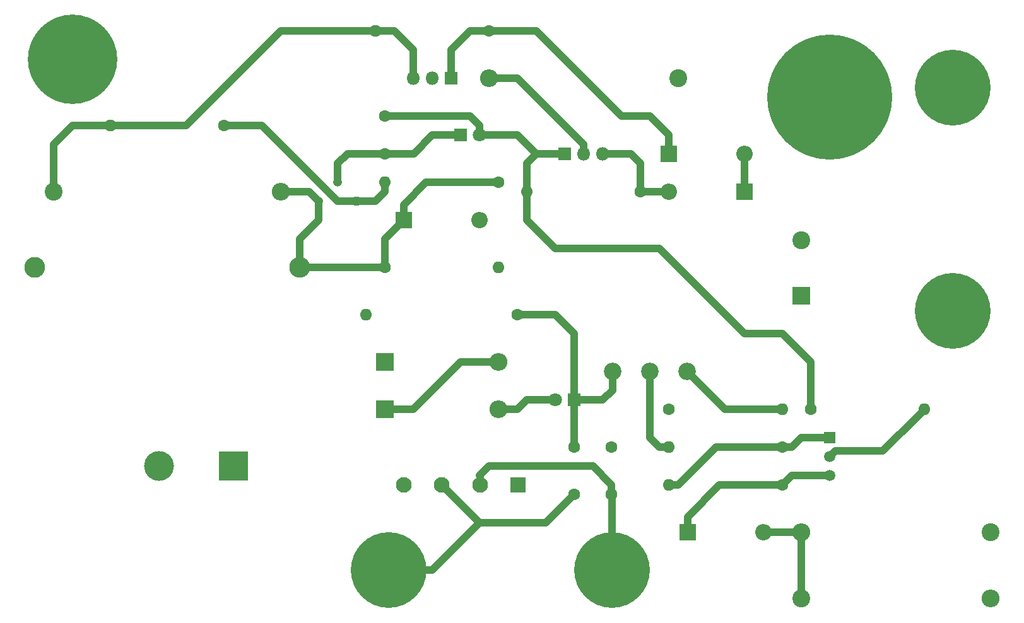
<source format=gbr>
G04 #@! TF.FileFunction,Copper,L2,Inr,Plane*
%FSLAX46Y46*%
G04 Gerber Fmt 4.6, Leading zero omitted, Abs format (unit mm)*
G04 Created by KiCad (PCBNEW 4.0.7) date 06/09/18 23:49:40*
%MOMM*%
%LPD*%
G01*
G04 APERTURE LIST*
%ADD10C,0.100000*%
%ADD11C,1.600000*%
%ADD12R,4.000000X4.000000*%
%ADD13C,4.000000*%
%ADD14R,2.400000X2.400000*%
%ADD15C,2.400000*%
%ADD16R,2.100000X2.100000*%
%ADD17C,2.100000*%
%ADD18O,2.400000X2.400000*%
%ADD19R,1.800000X1.800000*%
%ADD20C,1.800000*%
%ADD21R,2.200000X2.200000*%
%ADD22O,2.200000X2.200000*%
%ADD23C,10.160000*%
%ADD24C,2.800000*%
%ADD25O,2.800000X2.800000*%
%ADD26C,1.520000*%
%ADD27R,1.520000X1.520000*%
%ADD28O,1.600000X1.200000*%
%ADD29O,1.200000X1.200000*%
%ADD30O,1.800000X1.800000*%
%ADD31O,1.600000X1.600000*%
%ADD32C,2.340000*%
%ADD33C,12.000000*%
%ADD34C,0.900000*%
%ADD35C,16.800000*%
%ADD36C,1.100000*%
%ADD37C,1.000000*%
G04 APERTURE END LIST*
D10*
D11*
X143510000Y-120650000D03*
X148510000Y-120650000D03*
D12*
X97790000Y-116840000D03*
D13*
X87790000Y-116840000D03*
D11*
X148510000Y-114300000D03*
X143510000Y-114300000D03*
X118110000Y-69850000D03*
X118110000Y-74850000D03*
D14*
X173990000Y-93980000D03*
D15*
X173990000Y-86480000D03*
D16*
X135950000Y-119380000D03*
D17*
X130850000Y-119380000D03*
X120650000Y-119380000D03*
X125750000Y-119380000D03*
D14*
X118110000Y-102870000D03*
D18*
X133350000Y-102870000D03*
D14*
X118110000Y-109220000D03*
D18*
X133350000Y-109220000D03*
D19*
X143510000Y-107950000D03*
D20*
X140970000Y-107950000D03*
D21*
X120650000Y-83820000D03*
D22*
X130810000Y-83820000D03*
D19*
X128270000Y-72390000D03*
D20*
X130810000Y-72390000D03*
D21*
X158750000Y-125730000D03*
D22*
X168910000Y-125730000D03*
D21*
X166370000Y-80010000D03*
D22*
X156210000Y-80010000D03*
D21*
X156210000Y-74930000D03*
D22*
X166370000Y-74930000D03*
D23*
X118620000Y-130810000D03*
X148590000Y-130810000D03*
X194310000Y-96010000D03*
X194310000Y-66040000D03*
D24*
X71120000Y-90170000D03*
D25*
X106680000Y-90170000D03*
D26*
X177800000Y-115570000D03*
X177800000Y-118110000D03*
D27*
X177800000Y-113030000D03*
D28*
X114300000Y-81280000D03*
D29*
X111760000Y-78740000D03*
X109220000Y-81280000D03*
D19*
X142240000Y-74930000D03*
D30*
X144780000Y-74930000D03*
X147320000Y-74930000D03*
D19*
X127000000Y-64770000D03*
D30*
X124460000Y-64770000D03*
X121920000Y-64770000D03*
D11*
X135890000Y-96520000D03*
D31*
X115570000Y-96520000D03*
D11*
X118110000Y-90170000D03*
D31*
X133350000Y-90170000D03*
D11*
X156210000Y-109220000D03*
D31*
X171450000Y-109220000D03*
D11*
X171450000Y-114300000D03*
D31*
X156210000Y-114300000D03*
D11*
X133350000Y-78740000D03*
D31*
X118110000Y-78740000D03*
D11*
X171450000Y-119380000D03*
D31*
X156210000Y-119380000D03*
D15*
X73660000Y-80010000D03*
D18*
X104140000Y-80010000D03*
D11*
X175260000Y-109220000D03*
D31*
X190500000Y-109220000D03*
D11*
X96520000Y-71120000D03*
D31*
X81280000Y-71120000D03*
D11*
X132080000Y-58420000D03*
D31*
X116840000Y-58420000D03*
D11*
X152400000Y-80010000D03*
D31*
X137160000Y-80010000D03*
D15*
X157480000Y-64770000D03*
D18*
X132080000Y-64770000D03*
D15*
X199390000Y-125730000D03*
D18*
X173990000Y-125730000D03*
D15*
X173990000Y-134620000D03*
D18*
X199390000Y-134620000D03*
D32*
X148670000Y-104140000D03*
X153670000Y-104140000D03*
X158670000Y-104140000D03*
D33*
X76200000Y-62230000D03*
D34*
X80700000Y-62230000D03*
X79381981Y-65411981D03*
X76200000Y-66730000D03*
X73018019Y-65411981D03*
X71700000Y-62230000D03*
X73018019Y-59048019D03*
X76200000Y-57730000D03*
X79381981Y-59048019D03*
D35*
X177800000Y-67310000D03*
D36*
X184100000Y-67310000D03*
X182254773Y-71764773D03*
X177800000Y-73610000D03*
X173345227Y-71764773D03*
X171500000Y-67310000D03*
X173345227Y-62855227D03*
X177800000Y-61010000D03*
X182254773Y-62855227D03*
D37*
X124460000Y-130810000D02*
X118620000Y-130810000D01*
X130810000Y-124460000D02*
X124460000Y-130810000D01*
X130830000Y-124460000D02*
X130810000Y-124460000D01*
X125750000Y-119380000D02*
X130830000Y-124460000D01*
X130830000Y-124460000D02*
X139700000Y-124460000D01*
X139700000Y-124460000D02*
X140970000Y-123190000D01*
X140970000Y-123190000D02*
X143510000Y-120650000D01*
X148510000Y-120650000D02*
X148510000Y-119300000D01*
X148510000Y-119300000D02*
X146050000Y-116840000D01*
X146050000Y-116840000D02*
X132080000Y-116840000D01*
X132080000Y-116840000D02*
X130810000Y-118110000D01*
X130810000Y-118110000D02*
X130850000Y-118150000D01*
X130850000Y-118150000D02*
X130850000Y-119380000D01*
X148590000Y-130810000D02*
X148590000Y-120730000D01*
X148590000Y-120730000D02*
X148510000Y-120650000D01*
X143510000Y-107950000D02*
X143510000Y-99060000D01*
X143510000Y-99060000D02*
X140970000Y-96520000D01*
X140970000Y-96520000D02*
X135890000Y-96520000D01*
X143510000Y-107950000D02*
X147320000Y-107950000D01*
X147320000Y-107950000D02*
X148670000Y-106600000D01*
X148670000Y-106600000D02*
X148670000Y-104140000D01*
X143510000Y-114300000D02*
X143510000Y-107950000D01*
X171450000Y-99060000D02*
X175260000Y-102870000D01*
X175260000Y-102870000D02*
X175260000Y-109220000D01*
X166370000Y-99060000D02*
X171450000Y-99060000D01*
X154940000Y-87630000D02*
X166370000Y-99060000D01*
X140970000Y-87630000D02*
X154940000Y-87630000D01*
X140970000Y-87630000D02*
X137160000Y-83820000D01*
X137160000Y-83820000D02*
X137160000Y-80010000D01*
X137160000Y-76200000D02*
X137160000Y-80010000D01*
X138430000Y-74930000D02*
X137160000Y-76200000D01*
X138430000Y-74930000D02*
X142240000Y-74930000D01*
X137160000Y-73660000D02*
X138430000Y-74930000D01*
X135890000Y-72390000D02*
X137160000Y-73660000D01*
X130810000Y-72390000D02*
X135890000Y-72390000D01*
X129542792Y-69850000D02*
X118110000Y-69850000D01*
X130810000Y-72390000D02*
X130810000Y-71117208D01*
X130810000Y-71117208D02*
X129542792Y-69850000D01*
X124460000Y-72390000D02*
X128270000Y-72390000D01*
X122000000Y-74850000D02*
X124460000Y-72390000D01*
X118110000Y-74850000D02*
X122000000Y-74850000D01*
X111760000Y-78740000D02*
X111760000Y-76200000D01*
X111760000Y-76200000D02*
X113110000Y-74850000D01*
X113110000Y-74850000D02*
X118110000Y-74850000D01*
X118110000Y-109220000D02*
X121920000Y-109220000D01*
X121920000Y-109220000D02*
X128270000Y-102870000D01*
X128270000Y-102870000D02*
X129540000Y-102870000D01*
X129540000Y-102870000D02*
X133350000Y-102870000D01*
X137160000Y-107950000D02*
X140970000Y-107950000D01*
X135890000Y-109220000D02*
X137160000Y-107950000D01*
X133350000Y-109220000D02*
X135890000Y-109220000D01*
X123630000Y-78740000D02*
X133350000Y-78740000D01*
X120650000Y-83820000D02*
X120650000Y-81720000D01*
X120650000Y-81720000D02*
X123630000Y-78740000D01*
X107950000Y-80010000D02*
X104140000Y-80010000D01*
X109220000Y-81280000D02*
X107950000Y-80010000D01*
X109220000Y-83820000D02*
X109220000Y-81280000D01*
X106680000Y-86360000D02*
X109220000Y-83820000D01*
X106680000Y-90170000D02*
X106680000Y-86360000D01*
X118110000Y-86360000D02*
X120650000Y-83820000D01*
X118110000Y-90170000D02*
X118110000Y-86360000D01*
X118110000Y-90170000D02*
X106680000Y-90170000D01*
X177800000Y-118110000D02*
X172720000Y-118110000D01*
X172720000Y-118110000D02*
X171450000Y-119380000D01*
X158750000Y-125730000D02*
X158750000Y-123630000D01*
X158750000Y-123630000D02*
X163000000Y-119380000D01*
X163000000Y-119380000D02*
X170318630Y-119380000D01*
X170318630Y-119380000D02*
X171450000Y-119380000D01*
X168910000Y-125730000D02*
X173990000Y-125730000D01*
X173990000Y-134620000D02*
X173990000Y-125730000D01*
X166370000Y-80010000D02*
X166370000Y-74930000D01*
X156210000Y-80010000D02*
X152400000Y-80010000D01*
X151130000Y-74930000D02*
X147320000Y-74930000D01*
X152400000Y-76200000D02*
X151130000Y-74930000D01*
X152400000Y-80010000D02*
X152400000Y-76200000D01*
X156210000Y-74930000D02*
X156210000Y-72390000D01*
X156210000Y-72390000D02*
X153670000Y-69850000D01*
X153670000Y-69850000D02*
X149860000Y-69850000D01*
X149860000Y-69850000D02*
X138430000Y-58420000D01*
X138430000Y-58420000D02*
X137160000Y-58420000D01*
X137160000Y-58420000D02*
X132080000Y-58420000D01*
X129540000Y-58420000D02*
X127000000Y-60960000D01*
X127000000Y-60960000D02*
X127000000Y-64770000D01*
X132080000Y-58420000D02*
X129540000Y-58420000D01*
X177800000Y-115570000D02*
X178559999Y-114810001D01*
X189700001Y-110019999D02*
X190500000Y-109220000D01*
X178559999Y-114810001D02*
X184909999Y-114810001D01*
X184909999Y-114810001D02*
X189700001Y-110019999D01*
X172720000Y-114300000D02*
X173990000Y-113030000D01*
X173990000Y-113030000D02*
X177800000Y-113030000D01*
X171450000Y-114300000D02*
X172720000Y-114300000D01*
X162560000Y-114300000D02*
X171450000Y-114300000D01*
X157480000Y-119380000D02*
X162560000Y-114300000D01*
X156210000Y-119380000D02*
X157480000Y-119380000D01*
X114300000Y-81280000D02*
X116840000Y-81280000D01*
X116840000Y-81280000D02*
X118110000Y-80010000D01*
X118110000Y-80010000D02*
X118110000Y-78740000D01*
X114300000Y-81280000D02*
X111760000Y-81280000D01*
X111760000Y-81280000D02*
X101600000Y-71120000D01*
X101600000Y-71120000D02*
X96520000Y-71120000D01*
X135892792Y-64770000D02*
X132080000Y-64770000D01*
X144780000Y-74930000D02*
X144780000Y-73657208D01*
X144780000Y-73657208D02*
X135892792Y-64770000D01*
X104140000Y-58420000D02*
X91440000Y-71120000D01*
X91440000Y-71120000D02*
X87630000Y-71120000D01*
X116840000Y-58420000D02*
X104140000Y-58420000D01*
X81280000Y-71120000D02*
X87630000Y-71120000D01*
X119380000Y-58420000D02*
X116840000Y-58420000D01*
X121920000Y-60960000D02*
X119380000Y-58420000D01*
X121920000Y-64770000D02*
X121920000Y-60960000D01*
X73660000Y-73660000D02*
X76200000Y-71120000D01*
X76200000Y-71120000D02*
X81280000Y-71120000D01*
X73660000Y-80010000D02*
X73660000Y-73660000D01*
X163750000Y-109220000D02*
X171450000Y-109220000D01*
X158670000Y-104140000D02*
X163750000Y-109220000D01*
X154940000Y-114300000D02*
X153670000Y-113030000D01*
X153670000Y-113030000D02*
X153670000Y-104140000D01*
X156210000Y-114300000D02*
X154940000Y-114300000D01*
M02*

</source>
